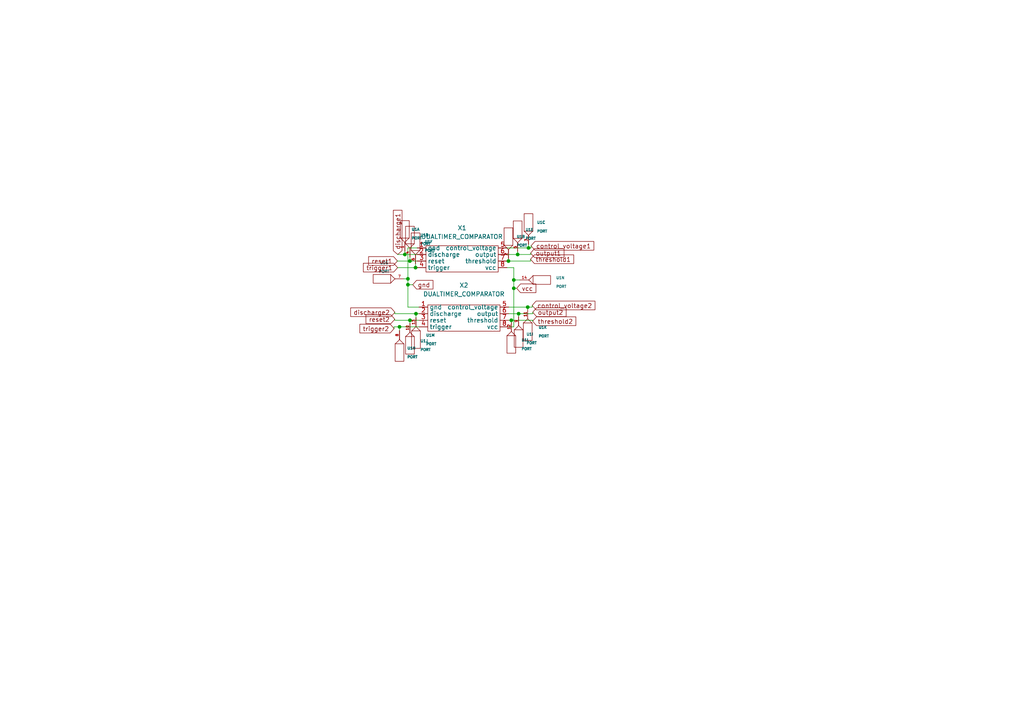
<source format=kicad_sch>
(kicad_sch (version 20211123) (generator eeschema)
  (paper "A4")
  (lib_symbols
    (symbol "eSim_Miscellaneous:PORT" (pin_names (offset 1.016))
      (property "Reference" "U" (at 1.27 2.54 0))
      (property "Value" "PORT" (at 0 0 0))
      (symbol "PORT_0_1"
        (rectangle (start -2.54 1.27) (end 2.54 -1.27))
        (arc (start 2.54 1.27) (mid 3.1355 0.5955) (end 3.81 0))
        (arc (start 3.81 0) (mid 3.1447 -0.6046) (end 2.54 -1.27))
      )
      (symbol "PORT_1_1"
        (pin bidirectional line (at 6.35 0 180) (length 2.54) (name "~") (number "1"))
      )
      (symbol "PORT_2_1"
        (pin bidirectional line (at 6.35 0 180) (length 2.54) (name "~") (number "2"))
      )
      (symbol "PORT_3_1"
        (pin bidirectional line (at 6.35 0 180) (length 2.54) (name "~") (number "3"))
      )
      (symbol "PORT_4_1"
        (pin bidirectional line (at 6.35 0 180) (length 2.54) (name "~") (number "4"))
      )
      (symbol "PORT_5_1"
        (pin bidirectional line (at 6.35 0 180) (length 2.54) (name "~") (number "5"))
      )
      (symbol "PORT_6_1"
        (pin bidirectional line (at 6.35 0 180) (length 2.54) (name "~") (number "6"))
      )
      (symbol "PORT_7_1"
        (pin bidirectional line (at 6.35 0 180) (length 2.54) (name "~") (number "7"))
      )
      (symbol "PORT_8_1"
        (pin bidirectional line (at 6.35 0 180) (length 2.54) (name "~") (number "8"))
      )
      (symbol "PORT_9_1"
        (pin bidirectional line (at 6.35 0 180) (length 2.54) (name "~") (number "9"))
      )
      (symbol "PORT_10_1"
        (pin bidirectional line (at 6.35 0 180) (length 2.54) (name "~") (number "10"))
      )
      (symbol "PORT_11_1"
        (pin bidirectional line (at 6.35 0 180) (length 2.54) (name "~") (number "11"))
      )
      (symbol "PORT_12_1"
        (pin bidirectional line (at 6.35 0 180) (length 2.54) (name "~") (number "12"))
      )
      (symbol "PORT_13_1"
        (pin bidirectional line (at 6.35 0 180) (length 2.54) (name "~") (number "13"))
      )
      (symbol "PORT_14_1"
        (pin bidirectional line (at 6.35 0 180) (length 2.54) (name "~") (number "14"))
      )
      (symbol "PORT_15_1"
        (pin bidirectional line (at 6.35 0 180) (length 2.54) (name "~") (number "15"))
      )
      (symbol "PORT_16_1"
        (pin bidirectional line (at 6.35 0 180) (length 2.54) (name "~") (number "16"))
      )
      (symbol "PORT_17_1"
        (pin bidirectional line (at 6.35 0 180) (length 2.54) (name "~") (number "17"))
      )
      (symbol "PORT_18_1"
        (pin bidirectional line (at 6.35 0 180) (length 2.54) (name "~") (number "18"))
      )
      (symbol "PORT_19_1"
        (pin bidirectional line (at 6.35 0 180) (length 2.54) (name "~") (number "19"))
      )
      (symbol "PORT_20_1"
        (pin bidirectional line (at 6.35 0 180) (length 2.54) (name "~") (number "20"))
      )
      (symbol "PORT_21_1"
        (pin bidirectional line (at 6.35 0 180) (length 2.54) (name "~") (number "21"))
      )
      (symbol "PORT_22_1"
        (pin bidirectional line (at 6.35 0 180) (length 2.54) (name "~") (number "22"))
      )
      (symbol "PORT_23_1"
        (pin bidirectional line (at 6.35 0 180) (length 2.54) (name "~") (number "23"))
      )
      (symbol "PORT_24_1"
        (pin bidirectional line (at 6.35 0 180) (length 2.54) (name "~") (number "24"))
      )
      (symbol "PORT_25_1"
        (pin bidirectional line (at 6.35 0 180) (length 2.54) (name "~") (number "25"))
      )
      (symbol "PORT_26_1"
        (pin bidirectional line (at 6.35 0 180) (length 2.54) (name "~") (number "26"))
      )
    )
    (symbol "eSim_Subckt:DUALTIMER_COMPARATOR"
      (property "Reference" "X" (at 0 -7.62 0))
      (property "Value" "DUALTIMER_COMPARATOR" (at 2.54 2.54 0))
      (symbol "DUALTIMER_COMPARATOR_0_1"
        (rectangle (start -8.255 1.27) (end 12.7 -6.35))
      )
      (symbol "DUALTIMER_COMPARATOR_1_1"
        (pin input line (at -10.795 0.635 0) (length 2.54) (name "gnd") (number "1"))
        (pin input line (at -10.795 -1.27 0) (length 2.54) (name "discharge") (number "2"))
        (pin input line (at -10.795 -3.175 0) (length 2.54) (name "reset") (number "3"))
        (pin input line (at -10.795 -5.08 0) (length 2.54) (name "trigger") (number "4"))
        (pin input line (at 15.24 0.635 180) (length 2.54) (name "control_voltage") (number "5"))
        (pin output line (at 15.24 -1.27 180) (length 2.54) (name "output") (number "6"))
        (pin input line (at 15.24 -3.175 180) (length 2.54) (name "threshold") (number "7"))
        (pin input line (at 15.24 -5.08 180) (length 2.54) (name "vcc") (number "8"))
      )
    )
  )
  (junction (at 120.65 90.9828))
  (junction (at 153.289 71.9074))
  (junction (at 148.3106 92.8878))
  (junction (at 115.8748 94.7928))
  (junction (at 149.0218 83.6168))
  (junction (at 118.3132 82.5754))
  (junction (at 147.4724 75.7174))
  (junction (at 118.3132 80.8736))
  (junction (at 149.0218 81.2038))
  (junction (at 150.1394 73.8124))
  (junction (at 150.4188 90.9828))
  (junction (at 117.4242 73.8124))
  (junction (at 120.523 77.6224))
  (junction (at 153.0604 89.0778))
  (junction (at 118.8974 92.8878))
  (junction (at 118.8974 75.7174))
  (wire (pts (xy 153.289 70.866) (xy 153.289 71.9074)))
  (wire (pts (xy 147.4724 75.7174) (xy 153.8732 75.7174)))
  (wire (pts (xy 118.3132 71.9074) (xy 118.3132 80.8736)))
  (wire (pts (xy 149.0218 83.6168) (xy 149.0218 94.7928)))
  (wire (pts (xy 120.65 90.9828) (xy 120.65 92.1512)))
  (wire (pts (xy 115.316 77.6224) (xy 120.523 77.6224)))
  (wire (pts (xy 153.0604 89.0778) (xy 154.3558 89.0778)))
  (wire (pts (xy 115.2652 75.7174) (xy 115.2652 75.692)))
  (wire (pts (xy 114.5032 92.8878) (xy 118.8974 92.8878)))
  (wire (pts (xy 120.523 77.6224) (xy 121.0056 77.6224)))
  (wire (pts (xy 154.5082 90.9828) (xy 154.5082 90.551)))
  (wire (pts (xy 117.4242 72.8726) (xy 117.4242 73.8124)))
  (wire (pts (xy 118.8974 74.5236) (xy 118.8974 75.7174)))
  (wire (pts (xy 149.0218 81.2038) (xy 149.0218 83.6168)))
  (wire (pts (xy 149.0218 83.6168) (xy 149.86 83.6168)))
  (wire (pts (xy 147.4724 74.9808) (xy 147.4724 75.7174)))
  (wire (pts (xy 114.5032 92.8878) (xy 114.5032 92.583)))
  (wire (pts (xy 150.4188 90.9828) (xy 150.4188 91.8464)))
  (wire (pts (xy 120.65 90.9828) (xy 114.5286 90.9828)))
  (wire (pts (xy 147.574 90.9828) (xy 150.4188 90.9828)))
  (wire (pts (xy 121.539 90.9828) (xy 120.65 90.9828)))
  (wire (pts (xy 147.574 89.0778) (xy 153.0604 89.0778)))
  (wire (pts (xy 153.8986 73.8124) (xy 153.8986 73.406)))
  (wire (pts (xy 115.8748 94.7928) (xy 114.3 94.7928)))
  (wire (pts (xy 118.3132 80.8736) (xy 118.3132 82.5754)))
  (wire (pts (xy 118.3132 71.9074) (xy 121.0056 71.9074)))
  (wire (pts (xy 117.4242 73.8124) (xy 115.3414 73.8124)))
  (wire (pts (xy 148.3106 92.8878) (xy 148.3106 93.5482)))
  (wire (pts (xy 118.3132 82.5754) (xy 119.7102 82.5754)))
  (wire (pts (xy 121.539 94.7928) (xy 115.8748 94.7928)))
  (wire (pts (xy 118.3132 89.0778) (xy 118.3132 82.5754)))
  (wire (pts (xy 118.8974 75.7174) (xy 115.2652 75.7174)))
  (wire (pts (xy 153.289 71.9074) (xy 154.0256 71.9074)))
  (wire (pts (xy 147.0406 73.8124) (xy 150.1394 73.8124)))
  (wire (pts (xy 147.574 94.7928) (xy 149.0218 94.7928)))
  (wire (pts (xy 154.0256 71.9074) (xy 154.0256 71.2978)))
  (wire (pts (xy 147.0406 75.7174) (xy 147.4724 75.7174)))
  (wire (pts (xy 153.0604 89.8652) (xy 153.0604 89.0778)))
  (wire (pts (xy 147.574 92.8878) (xy 148.3106 92.8878)))
  (wire (pts (xy 150.1394 72.9742) (xy 150.1394 73.8124)))
  (wire (pts (xy 154.4828 92.8878) (xy 154.4828 93.1672)))
  (wire (pts (xy 117.1194 80.8736) (xy 118.3132 80.8736)))
  (wire (pts (xy 147.0406 71.9074) (xy 153.289 71.9074)))
  (wire (pts (xy 118.8974 93.8022) (xy 118.8974 92.8878)))
  (wire (pts (xy 121.539 89.0778) (xy 118.3132 89.0778)))
  (wire (pts (xy 148.3106 92.8878) (xy 154.4828 92.8878)))
  (wire (pts (xy 114.5286 90.9828) (xy 114.5286 90.551)))
  (wire (pts (xy 150.1394 73.8124) (xy 153.8986 73.8124)))
  (wire (pts (xy 154.3558 89.0778) (xy 154.3558 88.5952)))
  (wire (pts (xy 149.0218 77.6224) (xy 149.0218 81.2038)))
  (wire (pts (xy 147.0406 77.6224) (xy 149.0218 77.6224)))
  (wire (pts (xy 114.3 94.7928) (xy 114.3 95.3008)))
  (wire (pts (xy 150.4188 90.9828) (xy 154.5082 90.9828)))
  (wire (pts (xy 120.523 76.454) (xy 120.523 77.6224)))
  (wire (pts (xy 153.8732 75.7174) (xy 153.8732 75.184)))
  (wire (pts (xy 121.0056 75.7174) (xy 118.8974 75.7174)))
  (wire (pts (xy 149.0218 81.2038) (xy 150.7998 81.2038)))
  (wire (pts (xy 115.8748 94.7928) (xy 115.8748 95.9104)))
  (wire (pts (xy 121.0056 73.8124) (xy 117.4242 73.8124)))
  (wire (pts (xy 118.8974 92.8878) (xy 121.539 92.8878)))
  (global_label "output2" (shape input) (at 154.5082 90.551 0) (property "Intersheet References" "${INTERSHEET_REFS}" (effects hide)))
  (global_label "discharge2" (shape input) (at 114.5286 90.551 180) (property "Intersheet References" "${INTERSHEET_REFS}" (effects hide)))
  (global_label "trigger2" (shape input) (at 114.3 95.3008 180) (property "Intersheet References" "${INTERSHEET_REFS}" (effects hide)))
  (global_label "control_voltage2" (shape input) (at 154.3558 88.5952 0) (property "Intersheet References" "${INTERSHEET_REFS}" (effects hide)))
  (global_label "control_voltage1" (shape input) (at 154.0256 71.2978 0) (property "Intersheet References" "${INTERSHEET_REFS}" (effects hide)))
  (global_label "trigger1" (shape input) (at 115.316 77.6224 180) (property "Intersheet References" "${INTERSHEET_REFS}" (effects hide)))
  (global_label "output1" (shape input) (at 153.8986 73.406 0) (property "Intersheet References" "${INTERSHEET_REFS}" (effects hide)))
  (global_label "threshold1" (shape input) (at 153.8732 75.184 0) (property "Intersheet References" "${INTERSHEET_REFS}" (effects hide)))
  (global_label "gnd" (shape input) (at 119.7102 82.5754 0) (property "Intersheet References" "${INTERSHEET_REFS}" (effects hide)))
  (global_label "vcc" (shape input) (at 149.86 83.6168 0) (property "Intersheet References" "${INTERSHEET_REFS}" (effects hide)))
  (global_label "reset1" (shape input) (at 115.2652 75.692 180) (property "Intersheet References" "${INTERSHEET_REFS}" (effects hide)))
  (global_label "reset2" (shape input) (at 114.5032 92.583 180) (property "Intersheet References" "${INTERSHEET_REFS}" (effects hide)))
  (global_label "discharge1" (shape input) (at 115.3414 73.8124 90) (property "Intersheet References" "${INTERSHEET_REFS}" (effects hide)))
  (global_label "threshold2" (shape input) (at 154.4828 93.1672 0) (property "Intersheet References" "${INTERSHEET_REFS}" (effects hide)))
  (symbol (lib_id "eSim_Miscellaneous:PORT") (at 153.289 64.516 270) (unit 3)
    (property "Reference" "U1" (at 155.7274 64.516 90) (effects (font (size 0.762 0.762)) (justify left)))
    (property "Value" "PORT" (at 155.7274 67.056 90) (effects (font (size 0.762 0.762)) (justify left)))
  )
  (symbol (lib_id "eSim_Miscellaneous:PORT") (at 150.4188 98.1964 90) (unit 9)
    (property "Reference" "U1" (at 152.6794 96.9264 90) (effects (font (size 0.762 0.762)) (justify right)))
    (property "Value" "PORT" (at 152.6794 99.4664 90) (effects (font (size 0.762 0.762)) (justify right)))
  )
  (symbol (lib_id "eSim_Subckt:DUALTIMER_COMPARATOR") (at 132.334 89.7128 0) (unit 1)
    (property "Reference" "X2" (at 134.5565 82.7532 0))
    (property "Value" "DUALTIMER_COMPARATOR" (at 134.5565 85.2932 0))
  )
  (symbol (lib_id "eSim_Miscellaneous:PORT") (at 118.8974 100.1522 90) (unit 10)
    (property "Reference" "U1" (at 121.92 98.8822 90) (effects (font (size 0.762 0.762)) (justify right)))
    (property "Value" "PORT" (at 121.92 101.4222 90) (effects (font (size 0.762 0.762)) (justify right)))
  )
  (symbol (lib_id "eSim_Miscellaneous:PORT") (at 120.65 98.5012 90) (unit 13)
    (property "Reference" "U1" (at 123.571 97.2312 90) (effects (font (size 0.762 0.762)) (justify right)))
    (property "Value" "PORT" (at 123.571 99.7712 90) (effects (font (size 0.762 0.762)) (justify right)))
  )
  (symbol (lib_id "eSim_Miscellaneous:PORT") (at 150.1394 66.6242 270) (unit 5)
    (property "Reference" "U1" (at 152.4 66.6242 90) (effects (font (size 0.762 0.762)) (justify left)))
    (property "Value" "PORT" (at 152.4 69.1642 90) (effects (font (size 0.762 0.762)) (justify left)))
  )
  (symbol (lib_id "eSim_Miscellaneous:PORT") (at 120.523 70.104 270) (unit 6)
    (property "Reference" "U1" (at 123.19 70.104 90) (effects (font (size 0.762 0.762)) (justify left)))
    (property "Value" "PORT" (at 123.19 72.644 90) (effects (font (size 0.762 0.762)) (justify left)))
  )
  (symbol (lib_id "eSim_Miscellaneous:PORT") (at 153.0604 96.2152 90) (unit 11)
    (property "Reference" "U1" (at 156.21 94.9452 90) (effects (font (size 0.762 0.762)) (justify right)))
    (property "Value" "PORT" (at 156.21 97.4852 90) (effects (font (size 0.762 0.762)) (justify right)))
  )
  (symbol (lib_id "eSim_Miscellaneous:PORT") (at 148.3106 99.8982 90) (unit 12)
    (property "Reference" "U1" (at 151.2316 98.6282 90) (effects (font (size 0.762 0.762)) (justify right)))
    (property "Value" "PORT" (at 151.2316 101.1682 90) (effects (font (size 0.762 0.762)) (justify right)))
  )
  (symbol (lib_id "eSim_Subckt:DUALTIMER_COMPARATOR") (at 131.8006 72.5424 0) (unit 1)
    (property "Reference" "X1" (at 134.0231 66.1162 0))
    (property "Value" "DUALTIMER_COMPARATOR" (at 134.0231 68.6562 0))
  )
  (symbol (lib_id "eSim_Miscellaneous:PORT") (at 115.8748 102.2604 90) (unit 8)
    (property "Reference" "U1" (at 118.11 100.9904 90) (effects (font (size 0.762 0.762)) (justify right)))
    (property "Value" "PORT" (at 118.11 103.5304 90) (effects (font (size 0.762 0.762)) (justify right)))
  )
  (symbol (lib_id "eSim_Miscellaneous:PORT") (at 110.7694 80.8736 0) (unit 7)
    (property "Reference" "U1" (at 111.4044 76.2 0) (effects (font (size 0.762 0.762))))
    (property "Value" "PORT" (at 111.4044 78.74 0) (effects (font (size 0.762 0.762))))
  )
  (symbol (lib_id "eSim_Miscellaneous:PORT") (at 147.4724 68.6308 270) (unit 2)
    (property "Reference" "U1" (at 149.86 68.6308 90) (effects (font (size 0.762 0.762)) (justify left)))
    (property "Value" "PORT" (at 149.86 71.1708 90) (effects (font (size 0.762 0.762)) (justify left)))
  )
  (symbol (lib_id "eSim_Miscellaneous:PORT") (at 118.8974 68.1736 270) (unit 4)
    (property "Reference" "U1" (at 121.92 68.1736 90) (effects (font (size 0.762 0.762)) (justify left)))
    (property "Value" "PORT" (at 121.92 70.7136 90) (effects (font (size 0.762 0.762)) (justify left)))
  )
  (symbol (lib_id "eSim_Miscellaneous:PORT") (at 117.4242 66.5226 270) (unit 1)
    (property "Reference" "U1" (at 119.38 66.5226 90) (effects (font (size 0.762 0.762)) (justify left)))
    (property "Value" "PORT" (at 119.38 69.0626 90) (effects (font (size 0.762 0.762)) (justify left)))
  )
  (symbol (lib_id "eSim_Miscellaneous:PORT") (at 157.1498 81.2038 180) (unit 14)
    (property "Reference" "U1" (at 161.29 80.5688 0) (effects (font (size 0.762 0.762)) (justify right)))
    (property "Value" "PORT" (at 161.29 83.1088 0) (effects (font (size 0.762 0.762)) (justify right)))
  )
)
</source>
